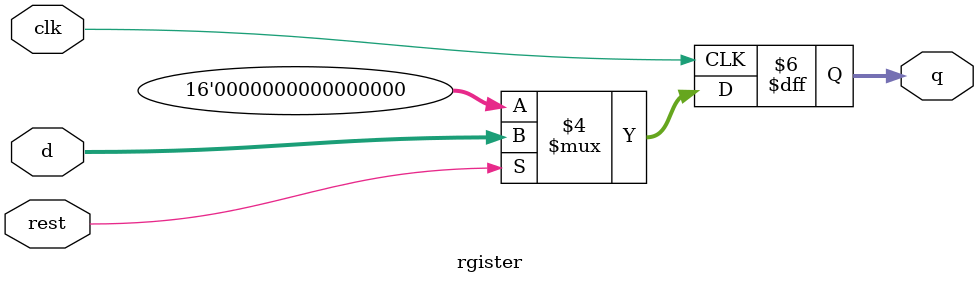
<source format=v>
module rgister(clk,rest,d,q);
	parameter n=16;
	input clk,rest;
	input [n-1:0]d;
	output reg [n-1:0]q;
	
	always@(posedge clk)
	if (!rest)
		q<=0;
	else 
		q<=d;
	
endmodule

</source>
